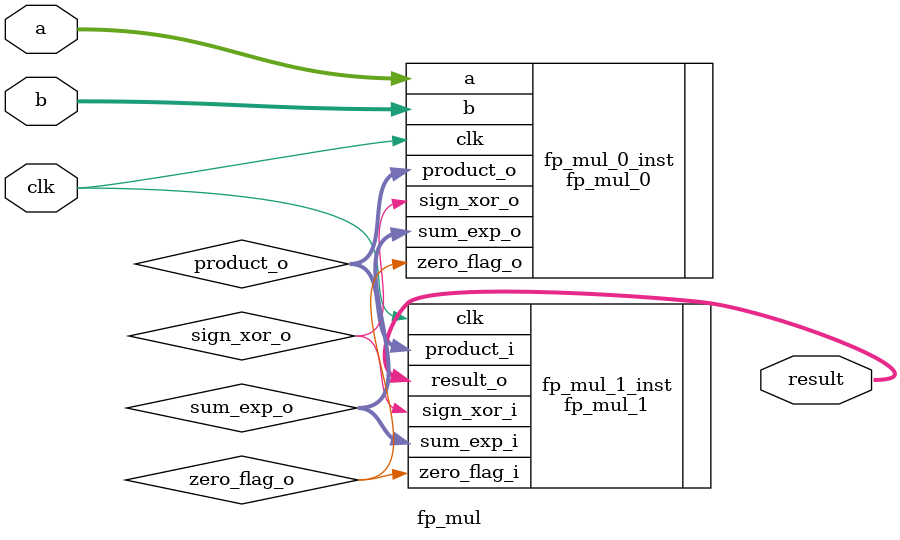
<source format=sv>
module fp_mul #(
    parameter WIDTH = 24
)(
    input logic clk, 
    input wire [WIDTH - 1:0] a,
    input wire [WIDTH - 1:0] b,

    output wire [23:0] result
);

    logic [16:0] product_o;
    logic zero_flag_o;
    logic sign_xor_o;
    logic [8:0] sum_exp_o;

    fp_mul_0 fp_mul_0_inst (
        .clk(clk),
        .a(a),
        .b(b),
        .product_o(product_o),
        .zero_flag_o(zero_flag_o),
        .sign_xor_o(sign_xor_o),
        .sum_exp_o(sum_exp_o)
    );

    fp_mul_1 fp_mul_1_inst (
        .clk(clk),
        .product_i(product_o),
        .zero_flag_i(zero_flag_o),
        .sign_xor_i(sign_xor_o),
        .sum_exp_i(sum_exp_o),
        .result_o(result)
    );

endmodule

</source>
